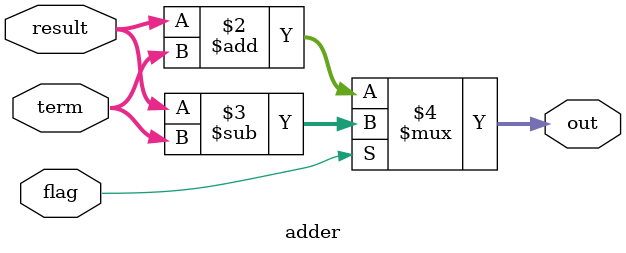
<source format=v>
`timescale 1ns/1ns

module adder(input [15:0] term, result, input flag, output [15:0] out);
	assign out = (~flag) ? (result + term): (result - term);
endmodule

</source>
